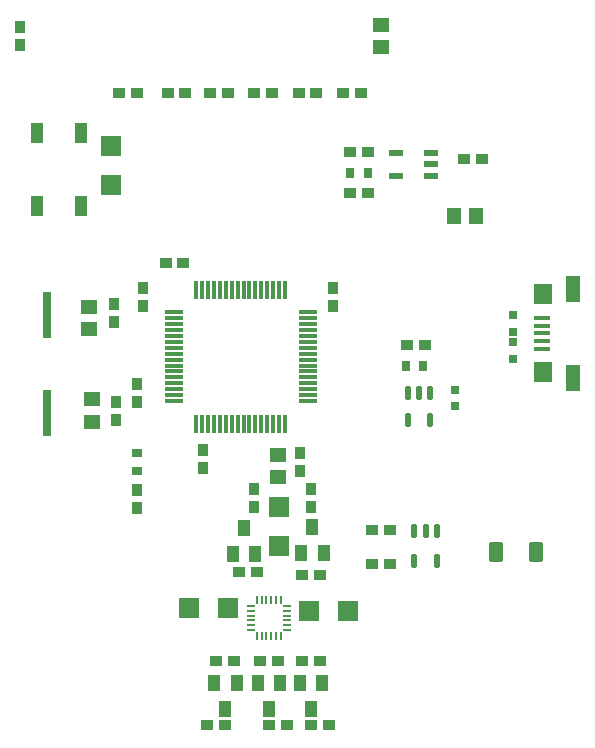
<source format=gtp>
G04*
G04 #@! TF.GenerationSoftware,Altium Limited,Altium Designer,20.2.5 (213)*
G04*
G04 Layer_Color=8421504*
%FSLAX44Y44*%
%MOMM*%
G71*
G04*
G04 #@! TF.SameCoordinates,282DB418-F996-4F6C-BFF3-864D386B2F46*
G04*
G04*
G04 #@! TF.FilePolarity,Positive*
G04*
G01*
G75*
%ADD21R,0.7000X0.7000*%
%ADD22R,1.6000X1.8000*%
%ADD23R,1.3500X0.4000*%
%ADD24R,1.3000X2.3000*%
%ADD25R,1.4000X1.2000*%
G04:AMPARAMS|DCode=26|XSize=0.64mm|YSize=0.22mm|CornerRadius=0.0275mm|HoleSize=0mm|Usage=FLASHONLY|Rotation=180.000|XOffset=0mm|YOffset=0mm|HoleType=Round|Shape=RoundedRectangle|*
%AMROUNDEDRECTD26*
21,1,0.6400,0.1650,0,0,180.0*
21,1,0.5850,0.2200,0,0,180.0*
1,1,0.0550,-0.2925,0.0825*
1,1,0.0550,0.2925,0.0825*
1,1,0.0550,0.2925,-0.0825*
1,1,0.0550,-0.2925,-0.0825*
%
%ADD26ROUNDEDRECTD26*%
G04:AMPARAMS|DCode=27|XSize=0.64mm|YSize=0.22mm|CornerRadius=0.0275mm|HoleSize=0mm|Usage=FLASHONLY|Rotation=270.000|XOffset=0mm|YOffset=0mm|HoleType=Round|Shape=RoundedRectangle|*
%AMROUNDEDRECTD27*
21,1,0.6400,0.1650,0,0,270.0*
21,1,0.5850,0.2200,0,0,270.0*
1,1,0.0550,-0.0825,-0.2925*
1,1,0.0550,-0.0825,0.2925*
1,1,0.0550,0.0825,0.2925*
1,1,0.0550,0.0825,-0.2925*
%
%ADD27ROUNDEDRECTD27*%
G04:AMPARAMS|DCode=28|XSize=1.21mm|YSize=0.59mm|CornerRadius=0.1475mm|HoleSize=0mm|Usage=FLASHONLY|Rotation=270.000|XOffset=0mm|YOffset=0mm|HoleType=Round|Shape=RoundedRectangle|*
%AMROUNDEDRECTD28*
21,1,1.2100,0.2950,0,0,270.0*
21,1,0.9150,0.5900,0,0,270.0*
1,1,0.2950,-0.1475,-0.4575*
1,1,0.2950,-0.1475,0.4575*
1,1,0.2950,0.1475,0.4575*
1,1,0.2950,0.1475,-0.4575*
%
%ADD28ROUNDEDRECTD28*%
G04:AMPARAMS|DCode=29|XSize=1.56mm|YSize=0.28mm|CornerRadius=0.07mm|HoleSize=0mm|Usage=FLASHONLY|Rotation=0.000|XOffset=0mm|YOffset=0mm|HoleType=Round|Shape=RoundedRectangle|*
%AMROUNDEDRECTD29*
21,1,1.5600,0.1400,0,0,0.0*
21,1,1.4200,0.2800,0,0,0.0*
1,1,0.1400,0.7100,-0.0700*
1,1,0.1400,-0.7100,-0.0700*
1,1,0.1400,-0.7100,0.0700*
1,1,0.1400,0.7100,0.0700*
%
%ADD29ROUNDEDRECTD29*%
G04:AMPARAMS|DCode=30|XSize=1.56mm|YSize=0.28mm|CornerRadius=0.07mm|HoleSize=0mm|Usage=FLASHONLY|Rotation=270.000|XOffset=0mm|YOffset=0mm|HoleType=Round|Shape=RoundedRectangle|*
%AMROUNDEDRECTD30*
21,1,1.5600,0.1400,0,0,270.0*
21,1,1.4200,0.2800,0,0,270.0*
1,1,0.1400,-0.0700,-0.7100*
1,1,0.1400,-0.0700,0.7100*
1,1,0.1400,0.0700,0.7100*
1,1,0.1400,0.0700,-0.7100*
%
%ADD30ROUNDEDRECTD30*%
%ADD31R,0.9500X1.0000*%
%ADD32R,1.0000X0.9500*%
%ADD33R,1.7000X1.7000*%
G04:AMPARAMS|DCode=34|XSize=1.2mm|YSize=1.7mm|CornerRadius=0.15mm|HoleSize=0mm|Usage=FLASHONLY|Rotation=0.000|XOffset=0mm|YOffset=0mm|HoleType=Round|Shape=RoundedRectangle|*
%AMROUNDEDRECTD34*
21,1,1.2000,1.4000,0,0,0.0*
21,1,0.9000,1.7000,0,0,0.0*
1,1,0.3000,0.4500,-0.7000*
1,1,0.3000,-0.4500,-0.7000*
1,1,0.3000,-0.4500,0.7000*
1,1,0.3000,0.4500,0.7000*
%
%ADD34ROUNDEDRECTD34*%
%ADD35R,1.0000X1.4000*%
%ADD36R,1.7000X1.7000*%
G04:AMPARAMS|DCode=37|XSize=1.24mm|YSize=0.55mm|CornerRadius=0.1375mm|HoleSize=0mm|Usage=FLASHONLY|Rotation=270.000|XOffset=0mm|YOffset=0mm|HoleType=Round|Shape=RoundedRectangle|*
%AMROUNDEDRECTD37*
21,1,1.2400,0.2750,0,0,270.0*
21,1,0.9650,0.5500,0,0,270.0*
1,1,0.2750,-0.1375,-0.4825*
1,1,0.2750,-0.1375,0.4825*
1,1,0.2750,0.1375,0.4825*
1,1,0.2750,0.1375,-0.4825*
%
%ADD37ROUNDEDRECTD37*%
%ADD38R,1.1811X0.5080*%
%ADD39R,0.7000X0.9000*%
%ADD40R,1.2000X1.4000*%
%ADD41R,1.1000X1.8000*%
%ADD42R,0.7500X3.9000*%
%ADD43R,0.9000X0.7000*%
D21*
X534518Y443260D02*
D03*
Y457261D02*
D03*
X485140Y394033D02*
D03*
Y380033D02*
D03*
X534670Y420340D02*
D03*
Y434340D02*
D03*
D22*
X560050Y474660D02*
D03*
Y408660D02*
D03*
D23*
X558800Y428660D02*
D03*
Y454660D02*
D03*
Y441660D02*
D03*
Y434860D02*
D03*
Y448160D02*
D03*
D24*
X585550Y404160D02*
D03*
Y479160D02*
D03*
D25*
X422876Y702876D02*
D03*
Y683876D02*
D03*
X335280Y339040D02*
D03*
Y320040D02*
D03*
X177800Y386080D02*
D03*
Y367080D02*
D03*
X175226Y445116D02*
D03*
Y464116D02*
D03*
D26*
X343110Y190660D02*
D03*
Y194660D02*
D03*
Y198660D02*
D03*
Y202660D02*
D03*
Y206660D02*
D03*
Y210660D02*
D03*
X312210D02*
D03*
Y206660D02*
D03*
Y202660D02*
D03*
Y198660D02*
D03*
Y194660D02*
D03*
Y190660D02*
D03*
D27*
X337660Y216110D02*
D03*
X333660D02*
D03*
X329660D02*
D03*
X325660D02*
D03*
X321660D02*
D03*
X317660D02*
D03*
Y185210D02*
D03*
X321660D02*
D03*
X325660D02*
D03*
X329660D02*
D03*
X333660D02*
D03*
X337660D02*
D03*
D28*
X469850Y274020D02*
D03*
X460350D02*
D03*
X450850D02*
D03*
Y248920D02*
D03*
X469850D02*
D03*
D29*
X360610Y459490D02*
D03*
Y454490D02*
D03*
Y449490D02*
D03*
Y444490D02*
D03*
Y439490D02*
D03*
Y434490D02*
D03*
Y429490D02*
D03*
Y424490D02*
D03*
Y419490D02*
D03*
Y414490D02*
D03*
Y409490D02*
D03*
Y404490D02*
D03*
Y399490D02*
D03*
Y394490D02*
D03*
Y389490D02*
D03*
Y384490D02*
D03*
X247010D02*
D03*
Y389490D02*
D03*
Y394490D02*
D03*
Y399490D02*
D03*
Y404490D02*
D03*
Y409490D02*
D03*
Y414490D02*
D03*
Y419490D02*
D03*
Y424490D02*
D03*
Y429490D02*
D03*
Y434490D02*
D03*
Y439490D02*
D03*
Y444490D02*
D03*
Y449490D02*
D03*
Y454490D02*
D03*
Y459490D02*
D03*
D30*
X341310Y365190D02*
D03*
X336310D02*
D03*
X331310D02*
D03*
X326310D02*
D03*
X321310D02*
D03*
X316310D02*
D03*
X311310D02*
D03*
X306310D02*
D03*
X301310D02*
D03*
X296310D02*
D03*
X291310D02*
D03*
X286310D02*
D03*
X281310D02*
D03*
X276310D02*
D03*
X271310D02*
D03*
X266310D02*
D03*
Y478790D02*
D03*
X271310D02*
D03*
X276310D02*
D03*
X281310D02*
D03*
X286310D02*
D03*
X291310D02*
D03*
X296310D02*
D03*
X301310D02*
D03*
X306310D02*
D03*
X311310D02*
D03*
X316310D02*
D03*
X321310D02*
D03*
X326310D02*
D03*
X331310D02*
D03*
X336310D02*
D03*
X341310D02*
D03*
D31*
X314960Y309880D02*
D03*
Y294880D02*
D03*
X354330Y325120D02*
D03*
Y340120D02*
D03*
X215900Y383660D02*
D03*
Y398660D02*
D03*
Y309205D02*
D03*
Y294205D02*
D03*
X196317Y466462D02*
D03*
Y451462D02*
D03*
X363220Y294640D02*
D03*
Y309640D02*
D03*
X116840Y685800D02*
D03*
Y700800D02*
D03*
X271780Y327660D02*
D03*
Y342660D02*
D03*
X220980Y479820D02*
D03*
Y464820D02*
D03*
X198120Y368540D02*
D03*
Y383540D02*
D03*
X382441Y464820D02*
D03*
Y479820D02*
D03*
D32*
X335160Y163982D02*
D03*
X320160D02*
D03*
X293063Y645160D02*
D03*
X278063D02*
D03*
X240370Y501650D02*
D03*
X255370D02*
D03*
X405328Y645160D02*
D03*
X390328D02*
D03*
X367945Y645314D02*
D03*
X352945D02*
D03*
X290590Y110490D02*
D03*
X275590D02*
D03*
X327900D02*
D03*
X342900D02*
D03*
X283330Y163982D02*
D03*
X298330D02*
D03*
X370720Y237071D02*
D03*
X355720D02*
D03*
Y163982D02*
D03*
X370720D02*
D03*
X363460Y110490D02*
D03*
X378460D02*
D03*
X317500Y240030D02*
D03*
X302500D02*
D03*
X414927Y246470D02*
D03*
X429927D02*
D03*
X444940Y431558D02*
D03*
X459940D02*
D03*
X396361Y560170D02*
D03*
X411361D02*
D03*
X414927Y275333D02*
D03*
X429927D02*
D03*
X396361Y595147D02*
D03*
X411361D02*
D03*
X507880Y589280D02*
D03*
X492880D02*
D03*
X200809Y645314D02*
D03*
X215809D02*
D03*
X241949D02*
D03*
X256949D02*
D03*
X315227Y645160D02*
D03*
X330227D02*
D03*
D33*
X194310Y600690D02*
D03*
Y567690D02*
D03*
X336550Y261620D02*
D03*
Y294620D02*
D03*
D34*
X554210Y256540D02*
D03*
X520210D02*
D03*
D35*
X364490Y278130D02*
D03*
X373990Y256130D02*
D03*
X354990D02*
D03*
X306730Y277270D02*
D03*
X316230Y255270D02*
D03*
X297230D02*
D03*
X327660Y123653D02*
D03*
X318160Y145653D02*
D03*
X337160D02*
D03*
X290830Y123653D02*
D03*
X281330Y145653D02*
D03*
X300330D02*
D03*
X363220Y123653D02*
D03*
X353720Y145653D02*
D03*
X372720D02*
D03*
D36*
X361950Y207010D02*
D03*
X394950D02*
D03*
X293370Y209550D02*
D03*
X260370D02*
D03*
D37*
X464160Y391160D02*
D03*
X454660D02*
D03*
X445160D02*
D03*
Y367960D02*
D03*
X464160D02*
D03*
D38*
X435483Y575310D02*
D03*
Y594310D02*
D03*
X464820D02*
D03*
Y584810D02*
D03*
Y575310D02*
D03*
D39*
X458470Y414020D02*
D03*
X443470D02*
D03*
X396361Y577500D02*
D03*
X411361D02*
D03*
D40*
X503486Y541054D02*
D03*
X484486D02*
D03*
D41*
X168360Y611390D02*
D03*
Y549390D02*
D03*
X131360Y611390D02*
D03*
Y549390D02*
D03*
D42*
X139700Y374200D02*
D03*
Y457200D02*
D03*
D43*
X215900Y325120D02*
D03*
Y340120D02*
D03*
M02*

</source>
